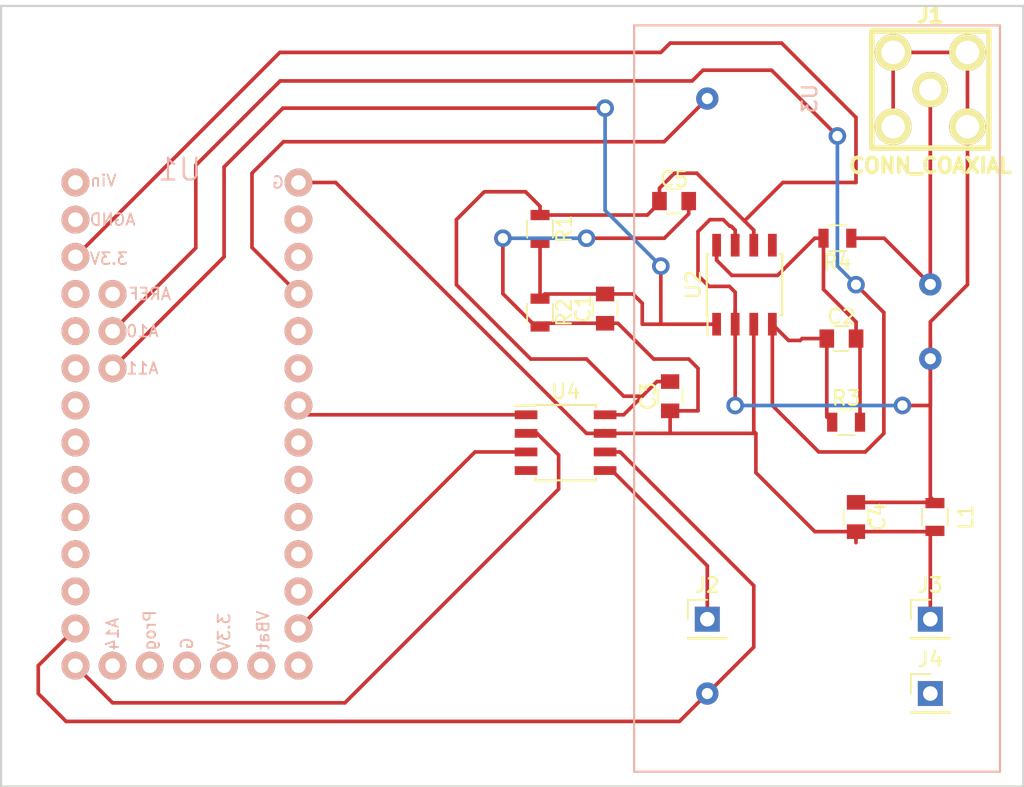
<source format=kicad_pcb>
(kicad_pcb (version 20170123) (host pcbnew "(2017-06-08 revision 33e0758)-master")

  (general
    (links 45)
    (no_connects 1)
    (area 184.074999 31.08998 254.075001 85.165001)
    (thickness 1.6)
    (drawings 5)
    (tracks 186)
    (zones 0)
    (modules 18)
    (nets 42)
  )

  (page A4)
  (layers
    (0 F.Cu signal)
    (31 B.Cu signal)
    (32 B.Adhes user)
    (33 F.Adhes user)
    (34 B.Paste user)
    (35 F.Paste user)
    (36 B.SilkS user)
    (37 F.SilkS user)
    (38 B.Mask user)
    (39 F.Mask user)
    (40 Dwgs.User user)
    (41 Cmts.User user)
    (42 Eco1.User user)
    (43 Eco2.User user)
    (44 Edge.Cuts user)
    (45 Margin user)
    (46 B.CrtYd user)
    (47 F.CrtYd user)
    (48 B.Fab user)
    (49 F.Fab user)
  )

  (setup
    (last_trace_width 0.25)
    (trace_clearance 0.5)
    (zone_clearance 0.508)
    (zone_45_only no)
    (trace_min 0.2)
    (segment_width 0.2)
    (edge_width 0.15)
    (via_size 1.2)
    (via_drill 0.7)
    (via_min_size 0.4)
    (via_min_drill 0.3)
    (uvia_size 0.3)
    (uvia_drill 0.1)
    (uvias_allowed no)
    (uvia_min_size 0.2)
    (uvia_min_drill 0.1)
    (pcb_text_width 0.3)
    (pcb_text_size 1.5 1.5)
    (mod_edge_width 0.15)
    (mod_text_size 1 1)
    (mod_text_width 0.15)
    (pad_size 1.524 1.524)
    (pad_drill 0.762)
    (pad_to_mask_clearance 0.2)
    (aux_axis_origin 0 0)
    (visible_elements FFFFFF7F)
    (pcbplotparams
      (layerselection 0x01000_ffffffff)
      (usegerberextensions false)
      (excludeedgelayer true)
      (linewidth 0.100000)
      (plotframeref false)
      (viasonmask false)
      (mode 1)
      (useauxorigin false)
      (hpglpennumber 1)
      (hpglpenspeed 20)
      (hpglpendiameter 15)
      (psnegative false)
      (psa4output false)
      (plotreference false)
      (plotvalue false)
      (plotinvisibletext false)
      (padsonsilk false)
      (subtractmaskfromsilk false)
      (outputformat 1)
      (mirror false)
      (drillshape 0)
      (scaleselection 1)
      (outputdirectory Gerber/))
  )

  (net 0 "")
  (net 1 GND)
  (net 2 VREF)
  (net 3 "Net-(C2-Pad2)")
  (net 4 ADC)
  (net 5 +3.3V)
  (net 6 "Net-(C4-Pad1)")
  (net 7 "Net-(J1-Pad1)")
  (net 8 +1.2V)
  (net 9 "+5V(VUSB)")
  (net 10 "Net-(U1-Pad35)")
  (net 11 "Net-(U1-Pad32)")
  (net 12 "Net-(U1-Pad31)")
  (net 13 "Net-(U1-Pad30)")
  (net 14 "Net-(U1-Pad28)")
  (net 15 "Net-(U1-Pad29)")
  (net 16 "Net-(U1-Pad0)")
  (net 17 "Net-(U1-Pad1)")
  (net 18 SHUTTER)
  (net 19 "Net-(U1-Pad3)")
  (net 20 "Net-(U1-Pad4)")
  (net 21 CS_POT)
  (net 22 CS_ADC)
  (net 23 "Net-(U1-Pad7)")
  (net 24 "Net-(U1-Pad8)")
  (net 25 "Net-(U1-Pad9)")
  (net 26 "Net-(U1-Pad10)")
  (net 27 DOUT)
  (net 28 DIN)
  (net 29 SCK)
  (net 30 MONITOR)
  (net 31 "Net-(U1-Pad15)")
  (net 32 "Net-(U1-Pad16)")
  (net 33 "Net-(U1-Pad17)")
  (net 34 "Net-(U1-Pad18)")
  (net 35 "Net-(U1-Pad19)")
  (net 36 "Net-(U1-Pad20)")
  (net 37 "Net-(U1-Pad21)")
  (net 38 "Net-(U1-Pad22)")
  (net 39 "Net-(U1-Pad23)")
  (net 40 "Net-(U1-Pad25)")
  (net 41 "Net-(U1-Pad26)")

  (net_class Default "This is the default net class."
    (clearance 0.5)
    (trace_width 0.25)
    (via_dia 1.2)
    (via_drill 0.7)
    (uvia_dia 0.3)
    (uvia_drill 0.1)
    (add_net +1.2V)
    (add_net +3.3V)
    (add_net "+5V(VUSB)")
    (add_net ADC)
    (add_net CS_ADC)
    (add_net CS_POT)
    (add_net DIN)
    (add_net DOUT)
    (add_net GND)
    (add_net MONITOR)
    (add_net "Net-(C2-Pad2)")
    (add_net "Net-(C4-Pad1)")
    (add_net "Net-(J1-Pad1)")
    (add_net "Net-(U1-Pad0)")
    (add_net "Net-(U1-Pad1)")
    (add_net "Net-(U1-Pad10)")
    (add_net "Net-(U1-Pad15)")
    (add_net "Net-(U1-Pad16)")
    (add_net "Net-(U1-Pad17)")
    (add_net "Net-(U1-Pad18)")
    (add_net "Net-(U1-Pad19)")
    (add_net "Net-(U1-Pad20)")
    (add_net "Net-(U1-Pad21)")
    (add_net "Net-(U1-Pad22)")
    (add_net "Net-(U1-Pad23)")
    (add_net "Net-(U1-Pad25)")
    (add_net "Net-(U1-Pad26)")
    (add_net "Net-(U1-Pad28)")
    (add_net "Net-(U1-Pad29)")
    (add_net "Net-(U1-Pad3)")
    (add_net "Net-(U1-Pad30)")
    (add_net "Net-(U1-Pad31)")
    (add_net "Net-(U1-Pad32)")
    (add_net "Net-(U1-Pad35)")
    (add_net "Net-(U1-Pad4)")
    (add_net "Net-(U1-Pad7)")
    (add_net "Net-(U1-Pad8)")
    (add_net "Net-(U1-Pad9)")
    (add_net SCK)
    (add_net SHUTTER)
    (add_net VREF)
  )

  (module WheelerLab:H12056-PMT (layer B.Cu) (tedit 59383C69) (tstamp 5939ED23)
    (at 232.41 38.08 270)
    (path /593990B7)
    (fp_text reference U3 (at 0 -7 270) (layer B.SilkS)
      (effects (font (size 1 1) (thickness 0.15)) (justify mirror))
    )
    (fp_text value H12056-PMT (at 0 4 270) (layer B.Fab)
      (effects (font (size 1 1) (thickness 0.15)) (justify mirror))
    )
    (fp_line (start -5 -20) (end 46 -20) (layer B.SilkS) (width 0.15))
    (fp_line (start 46 -20) (end 46 5) (layer B.SilkS) (width 0.15))
    (fp_line (start -5 5) (end 46 5) (layer B.SilkS) (width 0.15))
    (fp_line (start -5 -20) (end -5 5) (layer B.SilkS) (width 0.15))
    (pad 4 thru_hole circle (at 40.66 -15.24 270) (size 1.524 1.524) (drill 0.762) (layers *.Cu *.Mask)
      (net 9 "+5V(VUSB)"))
    (pad 3 thru_hole circle (at 40.66 0 270) (size 1.524 1.524) (drill 0.762) (layers *.Cu *.Mask)
      (net 30 MONITOR))
    (pad 2 thru_hole circle (at 35.58 0 270) (size 1.524 1.524) (drill 0.762) (layers *.Cu *.Mask)
      (net 8 +1.2V))
    (pad 5 thru_hole circle (at 35.58 -15.24 270) (size 1.524 1.524) (drill 0.762) (layers *.Cu *.Mask)
      (net 1 GND))
    (pad 6 thru_hole circle (at 17.78 -15.24 270) (size 1.524 1.524) (drill 0.762) (layers *.Cu *.Mask)
      (net 6 "Net-(C4-Pad1)"))
    (pad 7 thru_hole circle (at 12.7 -15.24 270) (size 1.524 1.524) (drill 0.762) (layers *.Cu *.Mask)
      (net 7 "Net-(J1-Pad1)"))
    (pad 1 thru_hole circle (at 0 0 270) (size 1.524 1.524) (drill 0.762) (layers *.Cu *.Mask)
      (net 18 SHUTTER))
  )

  (module Capacitors_SMD:C_0805 (layer F.Cu) (tedit 58AA8463) (tstamp 5939EBE2)
    (at 225.425 52.435 90)
    (descr "Capacitor SMD 0805, reflow soldering, AVX (see smccp.pdf)")
    (tags "capacitor 0805")
    (path /593990BE)
    (attr smd)
    (fp_text reference C1 (at 0 -1.5 90) (layer F.SilkS)
      (effects (font (size 1 1) (thickness 0.15)))
    )
    (fp_text value 0.1uF (at 0 1.75 90) (layer F.Fab)
      (effects (font (size 1 1) (thickness 0.15)))
    )
    (fp_text user %R (at 0 -1.5 90) (layer F.Fab)
      (effects (font (size 1 1) (thickness 0.15)))
    )
    (fp_line (start -1 0.62) (end -1 -0.62) (layer F.Fab) (width 0.1))
    (fp_line (start 1 0.62) (end -1 0.62) (layer F.Fab) (width 0.1))
    (fp_line (start 1 -0.62) (end 1 0.62) (layer F.Fab) (width 0.1))
    (fp_line (start -1 -0.62) (end 1 -0.62) (layer F.Fab) (width 0.1))
    (fp_line (start 0.5 -0.85) (end -0.5 -0.85) (layer F.SilkS) (width 0.12))
    (fp_line (start -0.5 0.85) (end 0.5 0.85) (layer F.SilkS) (width 0.12))
    (fp_line (start -1.75 -0.88) (end 1.75 -0.88) (layer F.CrtYd) (width 0.05))
    (fp_line (start -1.75 -0.88) (end -1.75 0.87) (layer F.CrtYd) (width 0.05))
    (fp_line (start 1.75 0.87) (end 1.75 -0.88) (layer F.CrtYd) (width 0.05))
    (fp_line (start 1.75 0.87) (end -1.75 0.87) (layer F.CrtYd) (width 0.05))
    (pad 1 smd rect (at -1 0 90) (size 1 1.25) (layers F.Cu F.Paste F.Mask)
      (net 1 GND))
    (pad 2 smd rect (at 1 0 90) (size 1 1.25) (layers F.Cu F.Paste F.Mask)
      (net 2 VREF))
    (model Capacitors_SMD.3dshapes/C_0805.wrl
      (at (xyz 0 0 0))
      (scale (xyz 1 1 1))
      (rotate (xyz 0 0 0))
    )
  )

  (module Capacitors_SMD:C_0805 (layer F.Cu) (tedit 58AA8463) (tstamp 5939EBF3)
    (at 241.575776 54.481318)
    (descr "Capacitor SMD 0805, reflow soldering, AVX (see smccp.pdf)")
    (tags "capacitor 0805")
    (path /593990B0)
    (attr smd)
    (fp_text reference C2 (at 0 -1.5) (layer F.SilkS)
      (effects (font (size 1 1) (thickness 0.15)))
    )
    (fp_text value 200p (at 0 1.75) (layer F.Fab)
      (effects (font (size 1 1) (thickness 0.15)))
    )
    (fp_line (start 1.75 0.87) (end -1.75 0.87) (layer F.CrtYd) (width 0.05))
    (fp_line (start 1.75 0.87) (end 1.75 -0.88) (layer F.CrtYd) (width 0.05))
    (fp_line (start -1.75 -0.88) (end -1.75 0.87) (layer F.CrtYd) (width 0.05))
    (fp_line (start -1.75 -0.88) (end 1.75 -0.88) (layer F.CrtYd) (width 0.05))
    (fp_line (start -0.5 0.85) (end 0.5 0.85) (layer F.SilkS) (width 0.12))
    (fp_line (start 0.5 -0.85) (end -0.5 -0.85) (layer F.SilkS) (width 0.12))
    (fp_line (start -1 -0.62) (end 1 -0.62) (layer F.Fab) (width 0.1))
    (fp_line (start 1 -0.62) (end 1 0.62) (layer F.Fab) (width 0.1))
    (fp_line (start 1 0.62) (end -1 0.62) (layer F.Fab) (width 0.1))
    (fp_line (start -1 0.62) (end -1 -0.62) (layer F.Fab) (width 0.1))
    (fp_text user %R (at 0 -1.5) (layer F.Fab)
      (effects (font (size 1 1) (thickness 0.15)))
    )
    (pad 2 smd rect (at 1 0) (size 1 1.25) (layers F.Cu F.Paste F.Mask)
      (net 3 "Net-(C2-Pad2)"))
    (pad 1 smd rect (at -1 0) (size 1 1.25) (layers F.Cu F.Paste F.Mask)
      (net 4 ADC))
    (model Capacitors_SMD.3dshapes/C_0805.wrl
      (at (xyz 0 0 0))
      (scale (xyz 1 1 1))
      (rotate (xyz 0 0 0))
    )
  )

  (module Capacitors_SMD:C_0805 (layer F.Cu) (tedit 58AA8463) (tstamp 5939EC04)
    (at 229.87 58.42 90)
    (descr "Capacitor SMD 0805, reflow soldering, AVX (see smccp.pdf)")
    (tags "capacitor 0805")
    (path /593990BA)
    (attr smd)
    (fp_text reference C3 (at 0 -1.5 90) (layer F.SilkS)
      (effects (font (size 1 1) (thickness 0.15)))
    )
    (fp_text value 0.1uF (at 0 1.75 90) (layer F.Fab)
      (effects (font (size 1 1) (thickness 0.15)))
    )
    (fp_line (start 1.75 0.87) (end -1.75 0.87) (layer F.CrtYd) (width 0.05))
    (fp_line (start 1.75 0.87) (end 1.75 -0.88) (layer F.CrtYd) (width 0.05))
    (fp_line (start -1.75 -0.88) (end -1.75 0.87) (layer F.CrtYd) (width 0.05))
    (fp_line (start -1.75 -0.88) (end 1.75 -0.88) (layer F.CrtYd) (width 0.05))
    (fp_line (start -0.5 0.85) (end 0.5 0.85) (layer F.SilkS) (width 0.12))
    (fp_line (start 0.5 -0.85) (end -0.5 -0.85) (layer F.SilkS) (width 0.12))
    (fp_line (start -1 -0.62) (end 1 -0.62) (layer F.Fab) (width 0.1))
    (fp_line (start 1 -0.62) (end 1 0.62) (layer F.Fab) (width 0.1))
    (fp_line (start 1 0.62) (end -1 0.62) (layer F.Fab) (width 0.1))
    (fp_line (start -1 0.62) (end -1 -0.62) (layer F.Fab) (width 0.1))
    (fp_text user %R (at 0 -1.5 90) (layer F.Fab)
      (effects (font (size 1 1) (thickness 0.15)))
    )
    (pad 2 smd rect (at 1 0 90) (size 1 1.25) (layers F.Cu F.Paste F.Mask)
      (net 5 +3.3V))
    (pad 1 smd rect (at -1 0 90) (size 1 1.25) (layers F.Cu F.Paste F.Mask)
      (net 1 GND))
    (model Capacitors_SMD.3dshapes/C_0805.wrl
      (at (xyz 0 0 0))
      (scale (xyz 1 1 1))
      (rotate (xyz 0 0 0))
    )
  )

  (module Capacitors_SMD:C_0805 (layer F.Cu) (tedit 58AA8463) (tstamp 5939EC15)
    (at 242.57 66.675 270)
    (descr "Capacitor SMD 0805, reflow soldering, AVX (see smccp.pdf)")
    (tags "capacitor 0805")
    (path /593990B9)
    (attr smd)
    (fp_text reference C4 (at 0 -1.5 270) (layer F.SilkS)
      (effects (font (size 1 1) (thickness 0.15)))
    )
    (fp_text value 0.1uF (at 0 1.75 270) (layer F.Fab)
      (effects (font (size 1 1) (thickness 0.15)))
    )
    (fp_text user %R (at 0 -1.5 270) (layer F.Fab)
      (effects (font (size 1 1) (thickness 0.15)))
    )
    (fp_line (start -1 0.62) (end -1 -0.62) (layer F.Fab) (width 0.1))
    (fp_line (start 1 0.62) (end -1 0.62) (layer F.Fab) (width 0.1))
    (fp_line (start 1 -0.62) (end 1 0.62) (layer F.Fab) (width 0.1))
    (fp_line (start -1 -0.62) (end 1 -0.62) (layer F.Fab) (width 0.1))
    (fp_line (start 0.5 -0.85) (end -0.5 -0.85) (layer F.SilkS) (width 0.12))
    (fp_line (start -0.5 0.85) (end 0.5 0.85) (layer F.SilkS) (width 0.12))
    (fp_line (start -1.75 -0.88) (end 1.75 -0.88) (layer F.CrtYd) (width 0.05))
    (fp_line (start -1.75 -0.88) (end -1.75 0.87) (layer F.CrtYd) (width 0.05))
    (fp_line (start 1.75 0.87) (end 1.75 -0.88) (layer F.CrtYd) (width 0.05))
    (fp_line (start 1.75 0.87) (end -1.75 0.87) (layer F.CrtYd) (width 0.05))
    (pad 1 smd rect (at -1 0 270) (size 1 1.25) (layers F.Cu F.Paste F.Mask)
      (net 6 "Net-(C4-Pad1)"))
    (pad 2 smd rect (at 1 0 270) (size 1 1.25) (layers F.Cu F.Paste F.Mask)
      (net 1 GND))
    (model Capacitors_SMD.3dshapes/C_0805.wrl
      (at (xyz 0 0 0))
      (scale (xyz 1 1 1))
      (rotate (xyz 0 0 0))
    )
  )

  (module Capacitors_SMD:C_0805 (layer F.Cu) (tedit 58AA8463) (tstamp 5939EC26)
    (at 230.14 45.085)
    (descr "Capacitor SMD 0805, reflow soldering, AVX (see smccp.pdf)")
    (tags "capacitor 0805")
    (path /593990BF)
    (attr smd)
    (fp_text reference C5 (at 0 -1.5) (layer F.SilkS)
      (effects (font (size 1 1) (thickness 0.15)))
    )
    (fp_text value 0.1uF (at 0 1.75) (layer F.Fab)
      (effects (font (size 1 1) (thickness 0.15)))
    )
    (fp_line (start 1.75 0.87) (end -1.75 0.87) (layer F.CrtYd) (width 0.05))
    (fp_line (start 1.75 0.87) (end 1.75 -0.88) (layer F.CrtYd) (width 0.05))
    (fp_line (start -1.75 -0.88) (end -1.75 0.87) (layer F.CrtYd) (width 0.05))
    (fp_line (start -1.75 -0.88) (end 1.75 -0.88) (layer F.CrtYd) (width 0.05))
    (fp_line (start -0.5 0.85) (end 0.5 0.85) (layer F.SilkS) (width 0.12))
    (fp_line (start 0.5 -0.85) (end -0.5 -0.85) (layer F.SilkS) (width 0.12))
    (fp_line (start -1 -0.62) (end 1 -0.62) (layer F.Fab) (width 0.1))
    (fp_line (start 1 -0.62) (end 1 0.62) (layer F.Fab) (width 0.1))
    (fp_line (start 1 0.62) (end -1 0.62) (layer F.Fab) (width 0.1))
    (fp_line (start -1 0.62) (end -1 -0.62) (layer F.Fab) (width 0.1))
    (fp_text user %R (at 0 -1.5) (layer F.Fab)
      (effects (font (size 1 1) (thickness 0.15)))
    )
    (pad 2 smd rect (at 1 0) (size 1 1.25) (layers F.Cu F.Paste F.Mask)
      (net 1 GND))
    (pad 1 smd rect (at -1 0) (size 1 1.25) (layers F.Cu F.Paste F.Mask)
      (net 5 +3.3V))
    (model Capacitors_SMD.3dshapes/C_0805.wrl
      (at (xyz 0 0 0))
      (scale (xyz 1 1 1))
      (rotate (xyz 0 0 0))
    )
  )

  (module WheelerLab:JACK_SMA (layer F.Cu) (tedit 56AADD26) (tstamp 5939EC33)
    (at 247.65 37.465)
    (descr http://search.digikey.com/scripts/DkSearch/dksus.dll?Detail&name=A32245-ND)
    (tags "CONN JACK BNC")
    (path /593990B2)
    (fp_text reference J1 (at 0 -5.08) (layer F.SilkS)
      (effects (font (size 1.016 1.016) (thickness 0.254)))
    )
    (fp_text value CONN_COAXIAL (at 0 5.2) (layer F.SilkS)
      (effects (font (size 1.016 1.016) (thickness 0.254)))
    )
    (fp_line (start 4 -4) (end -4 -4) (layer F.SilkS) (width 0.381))
    (fp_line (start -4 -4) (end -4 4) (layer F.SilkS) (width 0.381))
    (fp_line (start -4 4) (end 4 4) (layer F.SilkS) (width 0.381))
    (fp_line (start 4 4) (end 4 -4) (layer F.SilkS) (width 0.381))
    (pad 1 thru_hole circle (at 0 0) (size 2.4 2.4) (drill 1.5) (layers *.Cu *.Mask F.SilkS)
      (net 7 "Net-(J1-Pad1)"))
    (pad 2 thru_hole circle (at -2.54 -2.54) (size 2.5 2.5) (drill 1.6) (layers *.Cu *.Mask F.SilkS)
      (net 6 "Net-(C4-Pad1)"))
    (pad 2 thru_hole circle (at 2.54 -2.54) (size 2.5 2.5) (drill 1.6) (layers *.Cu *.Mask F.SilkS)
      (net 6 "Net-(C4-Pad1)"))
    (pad 2 thru_hole circle (at 2.54 2.54) (size 2.5 2.5) (drill 1.6) (layers *.Cu *.Mask F.SilkS)
      (net 6 "Net-(C4-Pad1)"))
    (pad 2 thru_hole circle (at -2.54 2.54) (size 2.5 2.5) (drill 1.6) (layers *.Cu *.Mask F.SilkS)
      (net 6 "Net-(C4-Pad1)"))
    (model connectors/POWER_21.wrl
      (at (xyz 0 0 0))
      (scale (xyz 0.8 0.8 0.8))
      (rotate (xyz 0 0 0))
    )
  )

  (module Pin_Headers:Pin_Header_Straight_1x01_Pitch2.54mm (layer F.Cu) (tedit 58CD4EC1) (tstamp 5939EC47)
    (at 232.41 73.66)
    (descr "Through hole straight pin header, 1x01, 2.54mm pitch, single row")
    (tags "Through hole pin header THT 1x01 2.54mm single row")
    (path /593990B4)
    (fp_text reference J2 (at 0 -2.33) (layer F.SilkS)
      (effects (font (size 1 1) (thickness 0.15)))
    )
    (fp_text value CONN_01X01 (at 0 2.33) (layer F.Fab)
      (effects (font (size 1 1) (thickness 0.15)))
    )
    (fp_text user %R (at 0 -2.33) (layer F.Fab)
      (effects (font (size 1 1) (thickness 0.15)))
    )
    (fp_line (start 1.8 -1.8) (end -1.8 -1.8) (layer F.CrtYd) (width 0.05))
    (fp_line (start 1.8 1.8) (end 1.8 -1.8) (layer F.CrtYd) (width 0.05))
    (fp_line (start -1.8 1.8) (end 1.8 1.8) (layer F.CrtYd) (width 0.05))
    (fp_line (start -1.8 -1.8) (end -1.8 1.8) (layer F.CrtYd) (width 0.05))
    (fp_line (start -1.33 -1.33) (end 0 -1.33) (layer F.SilkS) (width 0.12))
    (fp_line (start -1.33 0) (end -1.33 -1.33) (layer F.SilkS) (width 0.12))
    (fp_line (start 1.33 1.27) (end -1.33 1.27) (layer F.SilkS) (width 0.12))
    (fp_line (start 1.33 1.33) (end 1.33 1.27) (layer F.SilkS) (width 0.12))
    (fp_line (start -1.33 1.33) (end 1.33 1.33) (layer F.SilkS) (width 0.12))
    (fp_line (start -1.33 1.27) (end -1.33 1.33) (layer F.SilkS) (width 0.12))
    (fp_line (start 1.27 -1.27) (end -1.27 -1.27) (layer F.Fab) (width 0.1))
    (fp_line (start 1.27 1.27) (end 1.27 -1.27) (layer F.Fab) (width 0.1))
    (fp_line (start -1.27 1.27) (end 1.27 1.27) (layer F.Fab) (width 0.1))
    (fp_line (start -1.27 -1.27) (end -1.27 1.27) (layer F.Fab) (width 0.1))
    (pad 1 thru_hole rect (at 0 0) (size 1.7 1.7) (drill 1) (layers *.Cu *.Mask)
      (net 8 +1.2V))
    (model ${KISYS3DMOD}/Pin_Headers.3dshapes/Pin_Header_Straight_1x01_Pitch2.54mm.wrl
      (at (xyz 0 0 0))
      (scale (xyz 1 1 1))
      (rotate (xyz 0 0 90))
    )
  )

  (module Pin_Headers:Pin_Header_Straight_1x01_Pitch2.54mm (layer F.Cu) (tedit 58CD4EC1) (tstamp 5939EC5B)
    (at 247.65 73.66)
    (descr "Through hole straight pin header, 1x01, 2.54mm pitch, single row")
    (tags "Through hole pin header THT 1x01 2.54mm single row")
    (path /593990B5)
    (fp_text reference J3 (at 0 -2.33) (layer F.SilkS)
      (effects (font (size 1 1) (thickness 0.15)))
    )
    (fp_text value CONN_01X01 (at 0 2.33) (layer F.Fab)
      (effects (font (size 1 1) (thickness 0.15)))
    )
    (fp_line (start -1.27 -1.27) (end -1.27 1.27) (layer F.Fab) (width 0.1))
    (fp_line (start -1.27 1.27) (end 1.27 1.27) (layer F.Fab) (width 0.1))
    (fp_line (start 1.27 1.27) (end 1.27 -1.27) (layer F.Fab) (width 0.1))
    (fp_line (start 1.27 -1.27) (end -1.27 -1.27) (layer F.Fab) (width 0.1))
    (fp_line (start -1.33 1.27) (end -1.33 1.33) (layer F.SilkS) (width 0.12))
    (fp_line (start -1.33 1.33) (end 1.33 1.33) (layer F.SilkS) (width 0.12))
    (fp_line (start 1.33 1.33) (end 1.33 1.27) (layer F.SilkS) (width 0.12))
    (fp_line (start 1.33 1.27) (end -1.33 1.27) (layer F.SilkS) (width 0.12))
    (fp_line (start -1.33 0) (end -1.33 -1.33) (layer F.SilkS) (width 0.12))
    (fp_line (start -1.33 -1.33) (end 0 -1.33) (layer F.SilkS) (width 0.12))
    (fp_line (start -1.8 -1.8) (end -1.8 1.8) (layer F.CrtYd) (width 0.05))
    (fp_line (start -1.8 1.8) (end 1.8 1.8) (layer F.CrtYd) (width 0.05))
    (fp_line (start 1.8 1.8) (end 1.8 -1.8) (layer F.CrtYd) (width 0.05))
    (fp_line (start 1.8 -1.8) (end -1.8 -1.8) (layer F.CrtYd) (width 0.05))
    (fp_text user %R (at 0 -2.33) (layer F.Fab)
      (effects (font (size 1 1) (thickness 0.15)))
    )
    (pad 1 thru_hole rect (at 0 0) (size 1.7 1.7) (drill 1) (layers *.Cu *.Mask)
      (net 1 GND))
    (model ${KISYS3DMOD}/Pin_Headers.3dshapes/Pin_Header_Straight_1x01_Pitch2.54mm.wrl
      (at (xyz 0 0 0))
      (scale (xyz 1 1 1))
      (rotate (xyz 0 0 90))
    )
  )

  (module Pin_Headers:Pin_Header_Straight_1x01_Pitch2.54mm (layer F.Cu) (tedit 58CD4EC1) (tstamp 5939EC6F)
    (at 247.65 78.74)
    (descr "Through hole straight pin header, 1x01, 2.54mm pitch, single row")
    (tags "Through hole pin header THT 1x01 2.54mm single row")
    (path /593990B6)
    (fp_text reference J4 (at 0 -2.33) (layer F.SilkS)
      (effects (font (size 1 1) (thickness 0.15)))
    )
    (fp_text value CONN_01X01 (at 0 2.33) (layer F.Fab)
      (effects (font (size 1 1) (thickness 0.15)))
    )
    (fp_text user %R (at 0 -2.33) (layer F.Fab)
      (effects (font (size 1 1) (thickness 0.15)))
    )
    (fp_line (start 1.8 -1.8) (end -1.8 -1.8) (layer F.CrtYd) (width 0.05))
    (fp_line (start 1.8 1.8) (end 1.8 -1.8) (layer F.CrtYd) (width 0.05))
    (fp_line (start -1.8 1.8) (end 1.8 1.8) (layer F.CrtYd) (width 0.05))
    (fp_line (start -1.8 -1.8) (end -1.8 1.8) (layer F.CrtYd) (width 0.05))
    (fp_line (start -1.33 -1.33) (end 0 -1.33) (layer F.SilkS) (width 0.12))
    (fp_line (start -1.33 0) (end -1.33 -1.33) (layer F.SilkS) (width 0.12))
    (fp_line (start 1.33 1.27) (end -1.33 1.27) (layer F.SilkS) (width 0.12))
    (fp_line (start 1.33 1.33) (end 1.33 1.27) (layer F.SilkS) (width 0.12))
    (fp_line (start -1.33 1.33) (end 1.33 1.33) (layer F.SilkS) (width 0.12))
    (fp_line (start -1.33 1.27) (end -1.33 1.33) (layer F.SilkS) (width 0.12))
    (fp_line (start 1.27 -1.27) (end -1.27 -1.27) (layer F.Fab) (width 0.1))
    (fp_line (start 1.27 1.27) (end 1.27 -1.27) (layer F.Fab) (width 0.1))
    (fp_line (start -1.27 1.27) (end 1.27 1.27) (layer F.Fab) (width 0.1))
    (fp_line (start -1.27 -1.27) (end -1.27 1.27) (layer F.Fab) (width 0.1))
    (pad 1 thru_hole rect (at 0 0) (size 1.7 1.7) (drill 1) (layers *.Cu *.Mask)
      (net 9 "+5V(VUSB)"))
    (model ${KISYS3DMOD}/Pin_Headers.3dshapes/Pin_Header_Straight_1x01_Pitch2.54mm.wrl
      (at (xyz 0 0 0))
      (scale (xyz 1 1 1))
      (rotate (xyz 0 0 90))
    )
  )

  (module Inductors_SMD:L_0805 (layer F.Cu) (tedit 58307B54) (tstamp 5939EC7F)
    (at 247.965 66.675 270)
    (descr "Resistor SMD 0805, reflow soldering, Vishay (see dcrcw.pdf)")
    (tags "resistor 0805")
    (path /593990BB)
    (attr smd)
    (fp_text reference L1 (at 0 -2.1 270) (layer F.SilkS)
      (effects (font (size 1 1) (thickness 0.15)))
    )
    (fp_text value Ferrite_Bead (at 0 2.1 270) (layer F.Fab)
      (effects (font (size 1 1) (thickness 0.15)))
    )
    (fp_line (start -0.6 -0.88) (end 0.6 -0.88) (layer F.SilkS) (width 0.12))
    (fp_line (start 0.6 0.88) (end -0.6 0.88) (layer F.SilkS) (width 0.12))
    (fp_line (start 1.6 -1) (end 1.6 1) (layer F.CrtYd) (width 0.05))
    (fp_line (start -1.6 -1) (end -1.6 1) (layer F.CrtYd) (width 0.05))
    (fp_line (start -1.6 1) (end 1.6 1) (layer F.CrtYd) (width 0.05))
    (fp_line (start -1.6 -1) (end 1.6 -1) (layer F.CrtYd) (width 0.05))
    (fp_line (start -1 -0.62) (end 1 -0.62) (layer F.Fab) (width 0.1))
    (fp_line (start 1 -0.62) (end 1 0.62) (layer F.Fab) (width 0.1))
    (fp_line (start 1 0.62) (end -1 0.62) (layer F.Fab) (width 0.1))
    (fp_line (start -1 0.62) (end -1 -0.62) (layer F.Fab) (width 0.1))
    (pad 2 smd rect (at 0.95 0 270) (size 0.7 1.3) (layers F.Cu F.Paste F.Mask)
      (net 1 GND))
    (pad 1 smd rect (at -0.95 0 270) (size 0.7 1.3) (layers F.Cu F.Paste F.Mask)
      (net 6 "Net-(C4-Pad1)"))
    (model Inductors_SMD.3dshapes\L_0805.wrl
      (at (xyz 0 0 0))
      (scale (xyz 1 1 1))
      (rotate (xyz 0 0 0))
    )
  )

  (module Resistors_SMD:R_0805 (layer F.Cu) (tedit 58E0A804) (tstamp 5939EC90)
    (at 220.98 46.99 270)
    (descr "Resistor SMD 0805, reflow soldering, Vishay (see dcrcw.pdf)")
    (tags "resistor 0805")
    (path /593990BC)
    (attr smd)
    (fp_text reference R1 (at 0 -1.65 270) (layer F.SilkS)
      (effects (font (size 1 1) (thickness 0.15)))
    )
    (fp_text value 10k (at 0 1.75 270) (layer F.Fab)
      (effects (font (size 1 1) (thickness 0.15)))
    )
    (fp_line (start 1.55 0.9) (end -1.55 0.9) (layer F.CrtYd) (width 0.05))
    (fp_line (start 1.55 0.9) (end 1.55 -0.9) (layer F.CrtYd) (width 0.05))
    (fp_line (start -1.55 -0.9) (end -1.55 0.9) (layer F.CrtYd) (width 0.05))
    (fp_line (start -1.55 -0.9) (end 1.55 -0.9) (layer F.CrtYd) (width 0.05))
    (fp_line (start -0.6 -0.88) (end 0.6 -0.88) (layer F.SilkS) (width 0.12))
    (fp_line (start 0.6 0.88) (end -0.6 0.88) (layer F.SilkS) (width 0.12))
    (fp_line (start -1 -0.62) (end 1 -0.62) (layer F.Fab) (width 0.1))
    (fp_line (start 1 -0.62) (end 1 0.62) (layer F.Fab) (width 0.1))
    (fp_line (start 1 0.62) (end -1 0.62) (layer F.Fab) (width 0.1))
    (fp_line (start -1 0.62) (end -1 -0.62) (layer F.Fab) (width 0.1))
    (fp_text user %R (at 0 0 270) (layer F.Fab)
      (effects (font (size 0.5 0.5) (thickness 0.075)))
    )
    (pad 2 smd rect (at 0.95 0 270) (size 0.7 1.3) (layers F.Cu F.Paste F.Mask)
      (net 2 VREF))
    (pad 1 smd rect (at -0.95 0 270) (size 0.7 1.3) (layers F.Cu F.Paste F.Mask)
      (net 5 +3.3V))
    (model ${KISYS3DMOD}/Resistors_SMD.3dshapes/R_0805.wrl
      (at (xyz 0 0 0))
      (scale (xyz 1 1 1))
      (rotate (xyz 0 0 0))
    )
  )

  (module Resistors_SMD:R_0805 (layer F.Cu) (tedit 58E0A804) (tstamp 5939ECA1)
    (at 220.98 52.705 270)
    (descr "Resistor SMD 0805, reflow soldering, Vishay (see dcrcw.pdf)")
    (tags "resistor 0805")
    (path /593990BD)
    (attr smd)
    (fp_text reference R2 (at 0 -1.65 270) (layer F.SilkS)
      (effects (font (size 1 1) (thickness 0.15)))
    )
    (fp_text value 3.3k (at 0 1.75 270) (layer F.Fab)
      (effects (font (size 1 1) (thickness 0.15)))
    )
    (fp_text user %R (at 0 0 270) (layer F.Fab)
      (effects (font (size 0.5 0.5) (thickness 0.075)))
    )
    (fp_line (start -1 0.62) (end -1 -0.62) (layer F.Fab) (width 0.1))
    (fp_line (start 1 0.62) (end -1 0.62) (layer F.Fab) (width 0.1))
    (fp_line (start 1 -0.62) (end 1 0.62) (layer F.Fab) (width 0.1))
    (fp_line (start -1 -0.62) (end 1 -0.62) (layer F.Fab) (width 0.1))
    (fp_line (start 0.6 0.88) (end -0.6 0.88) (layer F.SilkS) (width 0.12))
    (fp_line (start -0.6 -0.88) (end 0.6 -0.88) (layer F.SilkS) (width 0.12))
    (fp_line (start -1.55 -0.9) (end 1.55 -0.9) (layer F.CrtYd) (width 0.05))
    (fp_line (start -1.55 -0.9) (end -1.55 0.9) (layer F.CrtYd) (width 0.05))
    (fp_line (start 1.55 0.9) (end 1.55 -0.9) (layer F.CrtYd) (width 0.05))
    (fp_line (start 1.55 0.9) (end -1.55 0.9) (layer F.CrtYd) (width 0.05))
    (pad 1 smd rect (at -0.95 0 270) (size 0.7 1.3) (layers F.Cu F.Paste F.Mask)
      (net 2 VREF))
    (pad 2 smd rect (at 0.95 0 270) (size 0.7 1.3) (layers F.Cu F.Paste F.Mask)
      (net 1 GND))
    (model ${KISYS3DMOD}/Resistors_SMD.3dshapes/R_0805.wrl
      (at (xyz 0 0 0))
      (scale (xyz 1 1 1))
      (rotate (xyz 0 0 0))
    )
  )

  (module Resistors_SMD:R_0805 (layer F.Cu) (tedit 58E0A804) (tstamp 5939ECB2)
    (at 241.895776 60.196318)
    (descr "Resistor SMD 0805, reflow soldering, Vishay (see dcrcw.pdf)")
    (tags "resistor 0805")
    (path /593990AF)
    (attr smd)
    (fp_text reference R3 (at 0 -1.65) (layer F.SilkS)
      (effects (font (size 1 1) (thickness 0.15)))
    )
    (fp_text value 30k (at 0 1.75) (layer F.Fab)
      (effects (font (size 1 1) (thickness 0.15)))
    )
    (fp_line (start 1.55 0.9) (end -1.55 0.9) (layer F.CrtYd) (width 0.05))
    (fp_line (start 1.55 0.9) (end 1.55 -0.9) (layer F.CrtYd) (width 0.05))
    (fp_line (start -1.55 -0.9) (end -1.55 0.9) (layer F.CrtYd) (width 0.05))
    (fp_line (start -1.55 -0.9) (end 1.55 -0.9) (layer F.CrtYd) (width 0.05))
    (fp_line (start -0.6 -0.88) (end 0.6 -0.88) (layer F.SilkS) (width 0.12))
    (fp_line (start 0.6 0.88) (end -0.6 0.88) (layer F.SilkS) (width 0.12))
    (fp_line (start -1 -0.62) (end 1 -0.62) (layer F.Fab) (width 0.1))
    (fp_line (start 1 -0.62) (end 1 0.62) (layer F.Fab) (width 0.1))
    (fp_line (start 1 0.62) (end -1 0.62) (layer F.Fab) (width 0.1))
    (fp_line (start -1 0.62) (end -1 -0.62) (layer F.Fab) (width 0.1))
    (fp_text user %R (at 0 0) (layer F.Fab)
      (effects (font (size 0.5 0.5) (thickness 0.075)))
    )
    (pad 2 smd rect (at 0.95 0) (size 0.7 1.3) (layers F.Cu F.Paste F.Mask)
      (net 3 "Net-(C2-Pad2)"))
    (pad 1 smd rect (at -0.95 0) (size 0.7 1.3) (layers F.Cu F.Paste F.Mask)
      (net 4 ADC))
    (model ${KISYS3DMOD}/Resistors_SMD.3dshapes/R_0805.wrl
      (at (xyz 0 0 0))
      (scale (xyz 1 1 1))
      (rotate (xyz 0 0 0))
    )
  )

  (module Resistors_SMD:R_0805 (layer F.Cu) (tedit 59399BDD) (tstamp 5939ECC3)
    (at 241.3 47.625 180)
    (descr "Resistor SMD 0805, reflow soldering, Vishay (see dcrcw.pdf)")
    (tags "resistor 0805")
    (path /593990B3)
    (attr smd)
    (fp_text reference R4 (at 0 -1.65 180) (layer F.SilkS)
      (effects (font (size 1 1) (thickness 0.15)))
    )
    (fp_text value 10k (at 0 1.75 180) (layer F.Fab)
      (effects (font (size 1 1) (thickness 0.15)))
    )
    (fp_text user %R (at 0 0 180) (layer F.Fab)
      (effects (font (size 0.5 0.5) (thickness 0.075)))
    )
    (fp_line (start -1 0.62) (end -1 -0.62) (layer F.Fab) (width 0.1))
    (fp_line (start 1 0.62) (end -1 0.62) (layer F.Fab) (width 0.1))
    (fp_line (start 1 -0.62) (end 1 0.62) (layer F.Fab) (width 0.1))
    (fp_line (start -1 -0.62) (end 1 -0.62) (layer F.Fab) (width 0.1))
    (fp_line (start 0.6 0.88) (end -0.6 0.88) (layer F.SilkS) (width 0.12))
    (fp_line (start -0.6 -0.88) (end 0.6 -0.88) (layer F.SilkS) (width 0.12))
    (fp_line (start -1.55 -0.9) (end 1.55 -0.9) (layer F.CrtYd) (width 0.05))
    (fp_line (start -1.55 -0.9) (end -1.55 0.9) (layer F.CrtYd) (width 0.05))
    (fp_line (start 1.55 0.9) (end 1.55 -0.9) (layer F.CrtYd) (width 0.05))
    (fp_line (start 1.55 0.9) (end -1.55 0.9) (layer F.CrtYd) (width 0.05))
    (pad 1 smd rect (at -0.95 0 180) (size 0.7 1.3) (layers F.Cu F.Paste F.Mask)
      (net 7 "Net-(J1-Pad1)"))
    (pad 2 smd rect (at 0.95 0 180) (size 0.7 1.3) (layers F.Cu F.Paste F.Mask)
      (net 3 "Net-(C2-Pad2)"))
    (model ${KISYS3DMOD}/Resistors_SMD.3dshapes/R_0805.wrl
      (at (xyz 0 0 0))
      (scale (xyz 1 1 1))
      (rotate (xyz 0 0 0))
    )
  )

  (module WheelerLab:Teensy-3.2 (layer B.Cu) (tedit 5787BC32) (tstamp 5939ECF7)
    (at 196.85 60.071 270)
    (path /593990AE)
    (fp_text reference U1 (at -17.145 0.508 180) (layer B.SilkS)
      (effects (font (size 1.5 1.5) (thickness 0.15)) (justify mirror))
    )
    (fp_text value Teensy_3.2 (at 0 0.508 270) (layer B.Fab)
      (effects (font (size 1.5 1.5) (thickness 0.15)) (justify mirror))
    )
    (fp_text user VBat (at 14.351 -5.207 270) (layer B.SilkS)
      (effects (font (size 0.8 0.8) (thickness 0.125)) (justify mirror))
    )
    (fp_text user 3.3V (at 14.478 -2.54 270) (layer B.SilkS)
      (effects (font (size 0.8 0.8) (thickness 0.125)) (justify mirror))
    )
    (fp_text user G (at 15.24 0 270) (layer B.SilkS)
      (effects (font (size 0.8 0.8) (thickness 0.125)) (justify mirror))
    )
    (fp_text user Prog (at 14.351 2.54 270) (layer B.SilkS)
      (effects (font (size 0.8 0.8) (thickness 0.125)) (justify mirror))
    )
    (fp_text user A14 (at 14.605 5.08 270) (layer B.SilkS)
      (effects (font (size 0.8 0.8) (thickness 0.125)) (justify mirror))
    )
    (fp_text user G (at -16.256 -6.223 180) (layer B.SilkS)
      (effects (font (size 0.8 0.8) (thickness 0.125)) (justify mirror))
    )
    (fp_text user 3.3V (at -11.049 5.334 180) (layer B.SilkS)
      (effects (font (size 0.8 0.8) (thickness 0.125)) (justify mirror))
    )
    (fp_text user AGND (at -13.716 5.08) (layer B.SilkS)
      (effects (font (size 0.8 0.8) (thickness 0.125)) (justify mirror))
    )
    (fp_text user Vin (at -16.383 5.715) (layer B.SilkS)
      (effects (font (size 0.8 0.8) (thickness 0.125)) (justify mirror))
    )
    (fp_text user A11 (at -3.556 3.048) (layer B.SilkS)
      (effects (font (size 0.8 0.8) (thickness 0.125)) (justify mirror))
    )
    (fp_text user A10 (at -6.096 3.048) (layer B.SilkS)
      (effects (font (size 0.8 0.8) (thickness 0.125)) (justify mirror))
    )
    (fp_text user AREF (at -8.636 2.54) (layer B.SilkS)
      (effects (font (size 0.8 0.8) (thickness 0.125)) (justify mirror))
    )
    (pad 35 thru_hole circle (at -8.636 5.08 270) (size 1.9 1.9) (drill 1) (layers *.Cu *.Mask B.SilkS)
      (net 10 "Net-(U1-Pad35)"))
    (pad 34 thru_hole circle (at -6.096 5.08 270) (size 1.9 1.9) (drill 1) (layers *.Cu *.Mask B.SilkS)
      (net 4 ADC))
    (pad 33 thru_hole circle (at -3.556 5.08 270) (size 1.9 1.9) (drill 1) (layers *.Cu *.Mask B.SilkS)
      (net 2 VREF))
    (pad 32 thru_hole circle (at 16.764 -5.08 270) (size 1.9 1.9) (drill 1) (layers *.Cu *.Mask B.SilkS)
      (net 11 "Net-(U1-Pad32)"))
    (pad 31 thru_hole circle (at 16.764 -2.54 270) (size 1.9 1.9) (drill 1) (layers *.Cu *.Mask B.SilkS)
      (net 12 "Net-(U1-Pad31)"))
    (pad 30 thru_hole circle (at 16.764 0 270) (size 1.9 1.9) (drill 1) (layers *.Cu *.Mask B.SilkS)
      (net 13 "Net-(U1-Pad30)"))
    (pad 28 thru_hole circle (at 16.764 5.08 270) (size 1.9 1.9) (drill 1) (layers *.Cu *.Mask B.SilkS)
      (net 14 "Net-(U1-Pad28)"))
    (pad 29 thru_hole circle (at 16.764 2.54 270) (size 1.9 1.9) (drill 1) (layers *.Cu *.Mask B.SilkS)
      (net 15 "Net-(U1-Pad29)"))
    (pad 0 thru_hole circle (at -13.716 -7.62 270) (size 1.9 1.9) (drill 1) (layers *.Cu *.Mask B.SilkS)
      (net 16 "Net-(U1-Pad0)"))
    (pad 1 thru_hole circle (at -11.176 -7.62 270) (size 1.9 1.9) (drill 1) (layers *.Cu *.Mask B.SilkS)
      (net 17 "Net-(U1-Pad1)"))
    (pad 2 thru_hole circle (at -8.636 -7.62 270) (size 1.9 1.9) (drill 1) (layers *.Cu *.Mask B.SilkS)
      (net 18 SHUTTER))
    (pad 3 thru_hole circle (at -6.096 -7.62 270) (size 1.9 1.9) (drill 1) (layers *.Cu *.Mask B.SilkS)
      (net 19 "Net-(U1-Pad3)"))
    (pad 4 thru_hole circle (at -3.556 -7.62 270) (size 1.9 1.9) (drill 1) (layers *.Cu *.Mask B.SilkS)
      (net 20 "Net-(U1-Pad4)"))
    (pad 5 thru_hole circle (at -1.016 -7.62 270) (size 1.9 1.9) (drill 1) (layers *.Cu *.Mask B.SilkS)
      (net 21 CS_POT))
    (pad 6 thru_hole circle (at 1.524 -7.62 270) (size 1.9 1.9) (drill 1) (layers *.Cu *.Mask B.SilkS)
      (net 22 CS_ADC))
    (pad 7 thru_hole circle (at 4.064 -7.62 270) (size 1.9 1.9) (drill 1) (layers *.Cu *.Mask B.SilkS)
      (net 23 "Net-(U1-Pad7)"))
    (pad 8 thru_hole circle (at 6.604 -7.62 270) (size 1.9 1.9) (drill 1) (layers *.Cu *.Mask B.SilkS)
      (net 24 "Net-(U1-Pad8)"))
    (pad 9 thru_hole circle (at 9.144 -7.62 270) (size 1.9 1.9) (drill 1) (layers *.Cu *.Mask B.SilkS)
      (net 25 "Net-(U1-Pad9)"))
    (pad 10 thru_hole circle (at 11.684 -7.62 270) (size 1.9 1.9) (drill 1) (layers *.Cu *.Mask B.SilkS)
      (net 26 "Net-(U1-Pad10)"))
    (pad 11 thru_hole circle (at 14.224 -7.62 270) (size 1.9 1.9) (drill 1) (layers *.Cu *.Mask B.SilkS)
      (net 27 DOUT))
    (pad 12 thru_hole circle (at 16.764 -7.62 270) (size 1.9 1.9) (drill 1) (layers *.Cu *.Mask B.SilkS)
      (net 28 DIN))
    (pad 13 thru_hole circle (at 16.764 7.62 270) (size 1.9 1.9) (drill 1) (layers *.Cu *.Mask B.SilkS)
      (net 29 SCK))
    (pad 14 thru_hole circle (at 14.224 7.62 270) (size 1.9 1.9) (drill 1) (layers *.Cu *.Mask B.SilkS)
      (net 30 MONITOR))
    (pad 15 thru_hole circle (at 11.684 7.62 270) (size 1.9 1.9) (drill 1) (layers *.Cu *.Mask B.SilkS)
      (net 31 "Net-(U1-Pad15)"))
    (pad 16 thru_hole circle (at 9.144 7.62 270) (size 1.9 1.9) (drill 1) (layers *.Cu *.Mask B.SilkS)
      (net 32 "Net-(U1-Pad16)"))
    (pad 17 thru_hole circle (at 6.604 7.62 270) (size 1.9 1.9) (drill 1) (layers *.Cu *.Mask B.SilkS)
      (net 33 "Net-(U1-Pad17)"))
    (pad 18 thru_hole circle (at 4.064 7.62 270) (size 1.9 1.9) (drill 1) (layers *.Cu *.Mask B.SilkS)
      (net 34 "Net-(U1-Pad18)"))
    (pad 19 thru_hole circle (at 1.524 7.62 270) (size 1.9 1.9) (drill 1) (layers *.Cu *.Mask B.SilkS)
      (net 35 "Net-(U1-Pad19)"))
    (pad 20 thru_hole circle (at -1.016 7.62 270) (size 1.9 1.9) (drill 1) (layers *.Cu *.Mask B.SilkS)
      (net 36 "Net-(U1-Pad20)"))
    (pad 21 thru_hole circle (at -3.556 7.62 270) (size 1.9 1.9) (drill 1) (layers *.Cu *.Mask B.SilkS)
      (net 37 "Net-(U1-Pad21)"))
    (pad 22 thru_hole circle (at -6.096 7.62 270) (size 1.9 1.9) (drill 1) (layers *.Cu *.Mask B.SilkS)
      (net 38 "Net-(U1-Pad22)"))
    (pad 23 thru_hole circle (at -8.636 7.62 270) (size 1.9 1.9) (drill 1) (layers *.Cu *.Mask B.SilkS)
      (net 39 "Net-(U1-Pad23)"))
    (pad 24 thru_hole circle (at -11.176 7.62 270) (size 1.9 1.9) (drill 1) (layers *.Cu *.Mask B.SilkS)
      (net 5 +3.3V))
    (pad 25 thru_hole circle (at -13.716 7.62 270) (size 1.9 1.9) (drill 1) (layers *.Cu *.Mask B.SilkS)
      (net 40 "Net-(U1-Pad25)"))
    (pad 26 thru_hole circle (at -16.256 7.62 270) (size 1.9 1.9) (drill 1) (layers *.Cu *.Mask B.SilkS)
      (net 41 "Net-(U1-Pad26)"))
    (pad 27 thru_hole circle (at -16.256 -7.62 270) (size 1.9 1.9) (drill 1) (layers *.Cu *.Mask B.SilkS)
      (net 1 GND))
  )

  (module Housings_SOIC:SOIC-8_3.9x4.9mm_Pitch1.27mm (layer F.Cu) (tedit 58CD0CDA) (tstamp 5939ED14)
    (at 234.95 50.8 90)
    (descr "8-Lead Plastic Small Outline (SN) - Narrow, 3.90 mm Body [SOIC] (see Microchip Packaging Specification 00000049BS.pdf)")
    (tags "SOIC 1.27")
    (path /593990B1)
    (attr smd)
    (fp_text reference U2 (at 0 -3.5 90) (layer F.SilkS)
      (effects (font (size 1 1) (thickness 0.15)))
    )
    (fp_text value LMP7721 (at 0 3.5 90) (layer F.Fab)
      (effects (font (size 1 1) (thickness 0.15)))
    )
    (fp_line (start -2.075 -2.525) (end -3.475 -2.525) (layer F.SilkS) (width 0.15))
    (fp_line (start -2.075 2.575) (end 2.075 2.575) (layer F.SilkS) (width 0.15))
    (fp_line (start -2.075 -2.575) (end 2.075 -2.575) (layer F.SilkS) (width 0.15))
    (fp_line (start -2.075 2.575) (end -2.075 2.43) (layer F.SilkS) (width 0.15))
    (fp_line (start 2.075 2.575) (end 2.075 2.43) (layer F.SilkS) (width 0.15))
    (fp_line (start 2.075 -2.575) (end 2.075 -2.43) (layer F.SilkS) (width 0.15))
    (fp_line (start -2.075 -2.575) (end -2.075 -2.525) (layer F.SilkS) (width 0.15))
    (fp_line (start -3.73 2.7) (end 3.73 2.7) (layer F.CrtYd) (width 0.05))
    (fp_line (start -3.73 -2.7) (end 3.73 -2.7) (layer F.CrtYd) (width 0.05))
    (fp_line (start 3.73 -2.7) (end 3.73 2.7) (layer F.CrtYd) (width 0.05))
    (fp_line (start -3.73 -2.7) (end -3.73 2.7) (layer F.CrtYd) (width 0.05))
    (fp_line (start -1.95 -1.45) (end -0.95 -2.45) (layer F.Fab) (width 0.1))
    (fp_line (start -1.95 2.45) (end -1.95 -1.45) (layer F.Fab) (width 0.1))
    (fp_line (start 1.95 2.45) (end -1.95 2.45) (layer F.Fab) (width 0.1))
    (fp_line (start 1.95 -2.45) (end 1.95 2.45) (layer F.Fab) (width 0.1))
    (fp_line (start -0.95 -2.45) (end 1.95 -2.45) (layer F.Fab) (width 0.1))
    (fp_text user %R (at 0 0 90) (layer F.Fab)
      (effects (font (size 1 1) (thickness 0.15)))
    )
    (pad 8 smd rect (at 2.7 -1.905 90) (size 1.55 0.6) (layers F.Cu F.Paste F.Mask)
      (net 3 "Net-(C2-Pad2)"))
    (pad 7 smd rect (at 2.7 -0.635 90) (size 1.55 0.6) (layers F.Cu F.Paste F.Mask)
      (net 6 "Net-(C4-Pad1)"))
    (pad 6 smd rect (at 2.7 0.635 90) (size 1.55 0.6) (layers F.Cu F.Paste F.Mask)
      (net 5 +3.3V))
    (pad 5 smd rect (at 2.7 1.905 90) (size 1.55 0.6) (layers F.Cu F.Paste F.Mask))
    (pad 4 smd rect (at -2.7 1.905 90) (size 1.55 0.6) (layers F.Cu F.Paste F.Mask)
      (net 4 ADC))
    (pad 3 smd rect (at -2.7 0.635 90) (size 1.55 0.6) (layers F.Cu F.Paste F.Mask)
      (net 1 GND))
    (pad 2 smd rect (at -2.7 -0.635 90) (size 1.55 0.6) (layers F.Cu F.Paste F.Mask)
      (net 6 "Net-(C4-Pad1)"))
    (pad 1 smd rect (at -2.7 -1.905 90) (size 1.55 0.6) (layers F.Cu F.Paste F.Mask)
      (net 2 VREF))
    (model Housings_SOIC.3dshapes/SOIC-8_3.9x4.9mm_Pitch1.27mm.wrl
      (at (xyz 0 0 0))
      (scale (xyz 1 1 1))
      (rotate (xyz 0 0 0))
    )
  )

  (module Housings_SOIC:SOIC-8_3.9x4.9mm_Pitch1.27mm (layer F.Cu) (tedit 58CD0CDA) (tstamp 5939ED40)
    (at 222.725 61.595)
    (descr "8-Lead Plastic Small Outline (SN) - Narrow, 3.90 mm Body [SOIC] (see Microchip Packaging Specification 00000049BS.pdf)")
    (tags "SOIC 1.27")
    (path /593990B8)
    (attr smd)
    (fp_text reference U4 (at 0 -3.5) (layer F.SilkS)
      (effects (font (size 1 1) (thickness 0.15)))
    )
    (fp_text value MCP41050 (at 0 3.5) (layer F.Fab)
      (effects (font (size 1 1) (thickness 0.15)))
    )
    (fp_text user %R (at 0 0) (layer F.Fab)
      (effects (font (size 1 1) (thickness 0.15)))
    )
    (fp_line (start -0.95 -2.45) (end 1.95 -2.45) (layer F.Fab) (width 0.1))
    (fp_line (start 1.95 -2.45) (end 1.95 2.45) (layer F.Fab) (width 0.1))
    (fp_line (start 1.95 2.45) (end -1.95 2.45) (layer F.Fab) (width 0.1))
    (fp_line (start -1.95 2.45) (end -1.95 -1.45) (layer F.Fab) (width 0.1))
    (fp_line (start -1.95 -1.45) (end -0.95 -2.45) (layer F.Fab) (width 0.1))
    (fp_line (start -3.73 -2.7) (end -3.73 2.7) (layer F.CrtYd) (width 0.05))
    (fp_line (start 3.73 -2.7) (end 3.73 2.7) (layer F.CrtYd) (width 0.05))
    (fp_line (start -3.73 -2.7) (end 3.73 -2.7) (layer F.CrtYd) (width 0.05))
    (fp_line (start -3.73 2.7) (end 3.73 2.7) (layer F.CrtYd) (width 0.05))
    (fp_line (start -2.075 -2.575) (end -2.075 -2.525) (layer F.SilkS) (width 0.15))
    (fp_line (start 2.075 -2.575) (end 2.075 -2.43) (layer F.SilkS) (width 0.15))
    (fp_line (start 2.075 2.575) (end 2.075 2.43) (layer F.SilkS) (width 0.15))
    (fp_line (start -2.075 2.575) (end -2.075 2.43) (layer F.SilkS) (width 0.15))
    (fp_line (start -2.075 -2.575) (end 2.075 -2.575) (layer F.SilkS) (width 0.15))
    (fp_line (start -2.075 2.575) (end 2.075 2.575) (layer F.SilkS) (width 0.15))
    (fp_line (start -2.075 -2.525) (end -3.475 -2.525) (layer F.SilkS) (width 0.15))
    (pad 1 smd rect (at -2.7 -1.905) (size 1.55 0.6) (layers F.Cu F.Paste F.Mask)
      (net 21 CS_POT))
    (pad 2 smd rect (at -2.7 -0.635) (size 1.55 0.6) (layers F.Cu F.Paste F.Mask)
      (net 29 SCK))
    (pad 3 smd rect (at -2.7 0.635) (size 1.55 0.6) (layers F.Cu F.Paste F.Mask)
      (net 27 DOUT))
    (pad 4 smd rect (at -2.7 1.905) (size 1.55 0.6) (layers F.Cu F.Paste F.Mask)
      (net 1 GND))
    (pad 5 smd rect (at 2.7 1.905) (size 1.55 0.6) (layers F.Cu F.Paste F.Mask)
      (net 8 +1.2V))
    (pad 6 smd rect (at 2.7 0.635) (size 1.55 0.6) (layers F.Cu F.Paste F.Mask)
      (net 30 MONITOR))
    (pad 7 smd rect (at 2.7 -0.635) (size 1.55 0.6) (layers F.Cu F.Paste F.Mask)
      (net 1 GND))
    (pad 8 smd rect (at 2.7 -1.905) (size 1.55 0.6) (layers F.Cu F.Paste F.Mask)
      (net 5 +3.3V))
    (model Housings_SOIC.3dshapes/SOIC-8_3.9x4.9mm_Pitch1.27mm.wrl
      (at (xyz 0 0 0))
      (scale (xyz 1 1 1))
      (rotate (xyz 0 0 0))
    )
  )

  (gr_line (start 254 31.75) (end 254 31.75) (layer Edge.Cuts) (width 0.15) (tstamp 593A0455))
  (gr_line (start 184.15 31.75) (end 254 31.75) (layer Edge.Cuts) (width 0.15))
  (gr_line (start 184.15 85.09) (end 184.15 31.75) (layer Edge.Cuts) (width 0.15))
  (gr_line (start 254 85.09) (end 184.15 85.09) (layer Edge.Cuts) (width 0.15))
  (gr_line (start 254 31.75) (end 254 85.09) (layer Edge.Cuts) (width 0.15))

  (segment (start 204.47 43.815) (end 207.01 43.815) (width 0.25) (layer F.Cu) (net 1))
  (segment (start 207.01 43.815) (end 224.155 60.96) (width 0.25) (layer F.Cu) (net 1))
  (segment (start 224.155 60.96) (end 225.425 60.96) (width 0.25) (layer F.Cu) (net 1))
  (segment (start 224.155 47.625) (end 229.475 47.625) (width 0.25) (layer F.Cu) (net 1))
  (segment (start 229.475 47.625) (end 231.14 45.96) (width 0.25) (layer F.Cu) (net 1))
  (segment (start 231.14 45.96) (end 231.14 45.085) (width 0.25) (layer F.Cu) (net 1))
  (segment (start 218.44 47.625) (end 224.155 47.625) (width 0.25) (layer B.Cu) (net 1))
  (via (at 224.155 47.625) (size 1.2) (drill 0.7) (layers F.Cu B.Cu) (net 1))
  (via (at 218.44 47.625) (size 1.2) (drill 0.7) (layers F.Cu B.Cu) (net 1))
  (segment (start 225.425 53.435) (end 226.3 53.435) (width 0.25) (layer F.Cu) (net 1))
  (segment (start 231.775 59.42) (end 229.87 59.42) (width 0.25) (layer F.Cu) (net 1))
  (segment (start 226.3 53.435) (end 228.745 55.88) (width 0.25) (layer F.Cu) (net 1))
  (segment (start 228.745 55.88) (end 231.14 55.88) (width 0.25) (layer F.Cu) (net 1))
  (segment (start 231.14 55.88) (end 231.775 56.515) (width 0.25) (layer F.Cu) (net 1))
  (segment (start 231.775 56.515) (end 231.775 59.42) (width 0.25) (layer F.Cu) (net 1))
  (segment (start 231.14 44.96) (end 231.14 45.085) (width 0.25) (layer F.Cu) (net 1))
  (segment (start 242.57 67.675) (end 239.76 67.675) (width 0.25) (layer F.Cu) (net 1))
  (segment (start 239.76 67.675) (end 235.73 63.645) (width 0.25) (layer F.Cu) (net 1))
  (segment (start 235.73 63.645) (end 235.73 60.96) (width 0.25) (layer F.Cu) (net 1))
  (segment (start 229.87 60.96) (end 235.73 60.96) (width 0.25) (layer F.Cu) (net 1))
  (segment (start 225.425 60.96) (end 229.87 60.96) (width 0.25) (layer F.Cu) (net 1))
  (segment (start 229.87 60.96) (end 229.87 59.42) (width 0.25) (layer F.Cu) (net 1))
  (segment (start 235.73 60.96) (end 235.585 60.815) (width 0.25) (layer F.Cu) (net 1))
  (segment (start 220.98 53.655) (end 220.68 53.655) (width 0.25) (layer F.Cu) (net 1))
  (segment (start 220.68 53.655) (end 218.44 51.415) (width 0.25) (layer F.Cu) (net 1))
  (segment (start 218.44 51.415) (end 218.44 47.625) (width 0.25) (layer F.Cu) (net 1))
  (segment (start 225.425 53.435) (end 221.2 53.435) (width 0.25) (layer F.Cu) (net 1))
  (segment (start 221.2 53.435) (end 220.98 53.655) (width 0.25) (layer F.Cu) (net 1))
  (segment (start 235.585 60.815) (end 235.585 54.525) (width 0.25) (layer F.Cu) (net 1))
  (segment (start 235.585 54.525) (end 235.585 53.5) (width 0.25) (layer F.Cu) (net 1))
  (segment (start 242.57 67.675) (end 247.915 67.675) (width 0.25) (layer F.Cu) (net 1))
  (segment (start 247.915 67.675) (end 247.965 67.625) (width 0.25) (layer F.Cu) (net 1))
  (segment (start 242.57 67.675) (end 242.57 68.425) (width 0.25) (layer F.Cu) (net 1))
  (segment (start 247.65 73.66) (end 247.65 67.94) (width 0.25) (layer F.Cu) (net 1))
  (segment (start 247.65 67.94) (end 247.965 67.625) (width 0.25) (layer F.Cu) (net 1))
  (segment (start 229.235 53.5) (end 227.965 53.5) (width 0.25) (layer F.Cu) (net 2))
  (segment (start 227.965 52.07) (end 227.33 51.435) (width 0.25) (layer F.Cu) (net 2))
  (segment (start 227.965 53.5) (end 227.965 52.07) (width 0.25) (layer F.Cu) (net 2))
  (segment (start 227.33 51.435) (end 225.425 51.435) (width 0.25) (layer F.Cu) (net 2))
  (segment (start 233.045 53.5) (end 229.235 53.5) (width 0.25) (layer F.Cu) (net 2))
  (segment (start 229.235 49.53) (end 229.235 53.5) (width 0.25) (layer F.Cu) (net 2))
  (segment (start 225.425 45.72) (end 229.235 49.53) (width 0.25) (layer B.Cu) (net 2))
  (via (at 229.235 49.53) (size 1.2) (drill 0.7) (layers F.Cu B.Cu) (net 2))
  (segment (start 225.425 38.735) (end 225.425 45.72) (width 0.25) (layer B.Cu) (net 2))
  (via (at 225.425 38.735) (size 1.2) (drill 0.7) (layers F.Cu B.Cu) (net 2))
  (segment (start 203.409326 38.735) (end 225.425 38.735) (width 0.25) (layer F.Cu) (net 2))
  (segment (start 199.39 48.895) (end 199.39 42.754326) (width 0.25) (layer F.Cu) (net 2))
  (segment (start 199.39 42.754326) (end 203.409326 38.735) (width 0.25) (layer F.Cu) (net 2))
  (segment (start 191.77 56.515) (end 199.39 48.895) (width 0.25) (layer F.Cu) (net 2))
  (segment (start 220.98 51.755) (end 220.98 47.94) (width 0.25) (layer F.Cu) (net 2))
  (segment (start 225.425 51.435) (end 221.3 51.435) (width 0.25) (layer F.Cu) (net 2))
  (segment (start 221.3 51.435) (end 220.98 51.755) (width 0.25) (layer F.Cu) (net 2))
  (segment (start 242.575776 54.481318) (end 242.575776 53.345776) (width 0.25) (layer F.Cu) (net 3))
  (segment (start 240.35 51.12) (end 240.35 47.625) (width 0.25) (layer F.Cu) (net 3))
  (segment (start 242.575776 53.345776) (end 240.35 51.12) (width 0.25) (layer F.Cu) (net 3))
  (segment (start 240.35 47.925) (end 240.35 47.625) (width 0.25) (layer F.Cu) (net 3))
  (segment (start 237.21 50.165) (end 234.085 50.165) (width 0.25) (layer F.Cu) (net 3))
  (segment (start 234.085 50.165) (end 233.045 49.125) (width 0.25) (layer F.Cu) (net 3))
  (segment (start 233.045 49.125) (end 233.045 48.1) (width 0.25) (layer F.Cu) (net 3))
  (segment (start 239.75 47.625) (end 237.21 50.165) (width 0.25) (layer F.Cu) (net 3))
  (segment (start 240.35 47.625) (end 239.75 47.625) (width 0.25) (layer F.Cu) (net 3))
  (segment (start 242.845776 60.196318) (end 242.845776 54.751318) (width 0.25) (layer F.Cu) (net 3))
  (segment (start 242.845776 54.751318) (end 242.575776 54.481318) (width 0.25) (layer F.Cu) (net 3))
  (segment (start 240.575776 54.481318) (end 238.888682 54.481318) (width 0.25) (layer F.Cu) (net 4))
  (segment (start 240.575776 54.481318) (end 240.575776 59.826318) (width 0.25) (layer F.Cu) (net 4))
  (segment (start 238.888682 54.481318) (end 238.76 54.61) (width 0.25) (layer F.Cu) (net 4))
  (segment (start 238.76 54.61) (end 237.965 54.61) (width 0.25) (layer F.Cu) (net 4))
  (segment (start 237.965 54.61) (end 236.855 53.5) (width 0.25) (layer F.Cu) (net 4))
  (segment (start 241.970001 50.200001) (end 242.57 50.8) (width 0.25) (layer B.Cu) (net 4))
  (segment (start 241.3 40.64) (end 241.3 49.53) (width 0.25) (layer B.Cu) (net 4))
  (segment (start 243.169999 51.399999) (end 242.57 50.8) (width 0.25) (layer F.Cu) (net 4))
  (segment (start 240.03 62.23) (end 243.205 62.23) (width 0.25) (layer F.Cu) (net 4))
  (segment (start 243.205 62.23) (end 244.475 60.96) (width 0.25) (layer F.Cu) (net 4))
  (segment (start 236.855 59.055) (end 240.03 62.23) (width 0.25) (layer F.Cu) (net 4))
  (segment (start 241.3 49.53) (end 241.970001 50.200001) (width 0.25) (layer B.Cu) (net 4))
  (segment (start 244.475 52.705) (end 243.169999 51.399999) (width 0.25) (layer F.Cu) (net 4))
  (segment (start 236.855 53.5) (end 236.855 59.055) (width 0.25) (layer F.Cu) (net 4))
  (via (at 242.57 50.8) (size 1.2) (drill 0.7) (layers F.Cu B.Cu) (net 4))
  (segment (start 244.475 60.96) (end 244.475 52.705) (width 0.25) (layer F.Cu) (net 4))
  (via (at 241.3 40.64) (size 1.2) (drill 0.7) (layers F.Cu B.Cu) (net 4))
  (segment (start 232.111265 36.142989) (end 236.802989 36.142989) (width 0.25) (layer F.Cu) (net 4))
  (segment (start 236.802989 36.142989) (end 241.3 40.64) (width 0.25) (layer F.Cu) (net 4))
  (segment (start 231.379223 36.875031) (end 232.111265 36.142989) (width 0.25) (layer F.Cu) (net 4))
  (segment (start 197.454979 48.290021) (end 197.45498 42.641512) (width 0.25) (layer F.Cu) (net 4))
  (segment (start 197.45498 42.641512) (end 203.221461 36.875031) (width 0.25) (layer F.Cu) (net 4))
  (segment (start 203.221461 36.875031) (end 231.379223 36.875031) (width 0.25) (layer F.Cu) (net 4))
  (segment (start 191.77 53.975) (end 197.454979 48.290021) (width 0.25) (layer F.Cu) (net 4))
  (segment (start 240.575776 59.826318) (end 240.945776 60.196318) (width 0.25) (layer F.Cu) (net 4))
  (segment (start 232.444999 43.934999) (end 234.95 46.44) (width 0.25) (layer F.Cu) (net 5))
  (segment (start 234.95 46.44) (end 235.585 47.075) (width 0.25) (layer F.Cu) (net 5))
  (segment (start 189.23 48.895) (end 203.2 34.925) (width 0.25) (layer F.Cu) (net 5))
  (segment (start 203.2 34.925) (end 229.235 34.925) (width 0.25) (layer F.Cu) (net 5))
  (segment (start 237.49 34.29) (end 242.57 39.37) (width 0.25) (layer F.Cu) (net 5))
  (segment (start 242.57 43.815) (end 237.575 43.815) (width 0.25) (layer F.Cu) (net 5))
  (segment (start 229.235 34.925) (end 229.87 34.29) (width 0.25) (layer F.Cu) (net 5))
  (segment (start 229.87 34.29) (end 237.49 34.29) (width 0.25) (layer F.Cu) (net 5))
  (segment (start 242.57 39.37) (end 242.57 43.815) (width 0.25) (layer F.Cu) (net 5))
  (segment (start 237.575 43.815) (end 234.95 46.44) (width 0.25) (layer F.Cu) (net 5))
  (segment (start 227.965 58.42) (end 226.695 58.42) (width 0.25) (layer F.Cu) (net 5))
  (segment (start 226.695 58.42) (end 224.155 55.88) (width 0.25) (layer F.Cu) (net 5))
  (segment (start 224.155 55.88) (end 220.345 55.88) (width 0.25) (layer F.Cu) (net 5))
  (segment (start 220.345 55.88) (end 215.265 50.8) (width 0.25) (layer F.Cu) (net 5))
  (segment (start 217.17 44.45) (end 219.99 44.45) (width 0.25) (layer F.Cu) (net 5))
  (segment (start 215.265 50.8) (end 215.265 46.355) (width 0.25) (layer F.Cu) (net 5))
  (segment (start 220.98 45.44) (end 220.98 46.04) (width 0.25) (layer F.Cu) (net 5))
  (segment (start 215.265 46.355) (end 217.17 44.45) (width 0.25) (layer F.Cu) (net 5))
  (segment (start 219.99 44.45) (end 220.98 45.44) (width 0.25) (layer F.Cu) (net 5))
  (segment (start 229.14 45.085) (end 229.14 44.21) (width 0.25) (layer F.Cu) (net 5))
  (segment (start 229.14 44.21) (end 230.17 43.18) (width 0.25) (layer F.Cu) (net 5))
  (segment (start 230.17 43.18) (end 231.69 43.18) (width 0.25) (layer F.Cu) (net 5))
  (segment (start 231.69 43.18) (end 232.444999 43.934999) (width 0.25) (layer F.Cu) (net 5))
  (segment (start 227.965 58.42) (end 228.965 57.42) (width 0.25) (layer F.Cu) (net 5))
  (segment (start 226.695 59.69) (end 227.965 58.42) (width 0.25) (layer F.Cu) (net 5))
  (segment (start 225.425 59.69) (end 226.695 59.69) (width 0.25) (layer F.Cu) (net 5))
  (segment (start 228.965 57.42) (end 229.87 57.42) (width 0.25) (layer F.Cu) (net 5))
  (segment (start 235.585 47.075) (end 235.585 48.1) (width 0.25) (layer F.Cu) (net 5))
  (segment (start 225.425 59.69) (end 224.95 59.69) (width 0.25) (layer F.Cu) (net 5))
  (segment (start 220.755009 46.264991) (end 220.98 46.04) (width 0.25) (layer F.Cu) (net 5))
  (segment (start 220.98 46.04) (end 228.31 46.04) (width 0.25) (layer F.Cu) (net 5))
  (segment (start 228.31 46.04) (end 229.14 45.21) (width 0.25) (layer F.Cu) (net 5))
  (segment (start 229.14 45.21) (end 229.14 45.085) (width 0.25) (layer F.Cu) (net 5))
  (segment (start 234.315 53.5) (end 234.315 51.314252) (width 0.25) (layer F.Cu) (net 6))
  (segment (start 234.315 51.314252) (end 233.915758 50.91501) (width 0.25) (layer F.Cu) (net 6))
  (segment (start 233.915758 50.91501) (end 232.52501 50.91501) (width 0.25) (layer F.Cu) (net 6))
  (segment (start 232.52501 50.91501) (end 231.775 50.165) (width 0.25) (layer F.Cu) (net 6))
  (segment (start 233.945001 46.799999) (end 234.039999 46.799999) (width 0.25) (layer F.Cu) (net 6))
  (segment (start 234.039999 46.799999) (end 234.315 47.075) (width 0.25) (layer F.Cu) (net 6))
  (segment (start 234.315 47.075) (end 234.315 48.1) (width 0.25) (layer F.Cu) (net 6))
  (segment (start 231.775 50.165) (end 231.775 47.169998) (width 0.25) (layer F.Cu) (net 6))
  (segment (start 231.775 47.169998) (end 232.589998 46.355) (width 0.25) (layer F.Cu) (net 6))
  (segment (start 232.589998 46.355) (end 233.500002 46.355) (width 0.25) (layer F.Cu) (net 6))
  (segment (start 233.500002 46.355) (end 233.945001 46.799999) (width 0.25) (layer F.Cu) (net 6))
  (segment (start 247.65 58.42) (end 247.65 59.055) (width 0.25) (layer F.Cu) (net 6))
  (segment (start 247.65 65.31) (end 247.65 58.42) (width 0.25) (layer F.Cu) (net 6))
  (segment (start 247.65 58.42) (end 247.65 54.61) (width 0.25) (layer F.Cu) (net 6))
  (segment (start 247.65 55.86) (end 247.65 56.93763) (width 0.25) (layer F.Cu) (net 6))
  (segment (start 247.65 56.93763) (end 247.65 58.42) (width 0.25) (layer F.Cu) (net 6))
  (segment (start 245.745 59.055) (end 247.65 59.055) (width 0.25) (layer F.Cu) (net 6))
  (segment (start 234.315 59.055) (end 245.745 59.055) (width 0.25) (layer B.Cu) (net 6))
  (via (at 245.745 59.055) (size 1.2) (drill 0.7) (layers F.Cu B.Cu) (net 6))
  (segment (start 234.315 53.5) (end 234.315 59.055) (width 0.25) (layer F.Cu) (net 6))
  (via (at 234.315 59.055) (size 1.2) (drill 0.7) (layers F.Cu B.Cu) (net 6))
  (segment (start 234.315 53.5) (end 234.315 52.475) (width 0.25) (layer F.Cu) (net 6))
  (segment (start 250.19 34.925) (end 250.19 40.005) (width 0.25) (layer F.Cu) (net 6))
  (segment (start 247.65 54.61) (end 247.65 53.34) (width 0.25) (layer F.Cu) (net 6))
  (segment (start 247.65 54.61) (end 247.65 55.86) (width 0.25) (layer F.Cu) (net 6))
  (segment (start 245.11 40.005) (end 245.11 34.925) (width 0.25) (layer F.Cu) (net 6))
  (segment (start 250.19 34.925) (end 245.11 34.925) (width 0.25) (layer F.Cu) (net 6))
  (segment (start 247.65 53.34) (end 250.19 50.8) (width 0.25) (layer F.Cu) (net 6))
  (segment (start 250.19 50.8) (end 250.19 40.005) (width 0.25) (layer F.Cu) (net 6))
  (segment (start 248.015 65.675) (end 247.65 65.31) (width 0.25) (layer F.Cu) (net 6))
  (segment (start 242.57 65.675) (end 248.015 65.675) (width 0.25) (layer F.Cu) (net 6))
  (segment (start 242.25 47.625) (end 244.495 47.625) (width 0.25) (layer F.Cu) (net 7))
  (segment (start 244.495 47.625) (end 247.65 50.78) (width 0.25) (layer F.Cu) (net 7))
  (segment (start 247.65 37.465) (end 247.65 50.78) (width 0.25) (layer F.Cu) (net 7))
  (segment (start 225.425 63.5) (end 225.9 63.5) (width 0.25) (layer F.Cu) (net 8))
  (segment (start 232.41 72.56) (end 232.41 73.66) (width 0.25) (layer F.Cu) (net 8))
  (segment (start 225.9 63.5) (end 232.41 70.01) (width 0.25) (layer F.Cu) (net 8))
  (segment (start 232.41 70.01) (end 232.41 72.56) (width 0.25) (layer F.Cu) (net 8))
  (segment (start 204.47 51.435) (end 201.295 48.26) (width 0.25) (layer F.Cu) (net 18))
  (segment (start 201.295 43.18) (end 203.444957 41.030043) (width 0.25) (layer F.Cu) (net 18))
  (segment (start 231.648001 38.841999) (end 232.41 38.08) (width 0.25) (layer F.Cu) (net 18))
  (segment (start 201.295 48.26) (end 201.295 43.18) (width 0.25) (layer F.Cu) (net 18))
  (segment (start 203.444957 41.030043) (end 229.459957 41.030043) (width 0.25) (layer F.Cu) (net 18))
  (segment (start 229.459957 41.030043) (end 231.648001 38.841999) (width 0.25) (layer F.Cu) (net 18))
  (segment (start 204.47 59.055) (end 205.105 59.69) (width 0.25) (layer F.Cu) (net 21))
  (segment (start 205.105 59.69) (end 219.71 59.69) (width 0.25) (layer F.Cu) (net 21))
  (segment (start 219.71 59.69) (end 220.025 59.69) (width 0.25) (layer F.Cu) (net 21))
  (segment (start 204.47 74.295) (end 216.535 62.23) (width 0.25) (layer F.Cu) (net 27))
  (segment (start 216.535 62.23) (end 220.025 62.23) (width 0.25) (layer F.Cu) (net 27))
  (segment (start 220.025 60.96) (end 220.775002 60.96) (width 0.25) (layer F.Cu) (net 29))
  (segment (start 220.775002 60.96) (end 222.25 62.434998) (width 0.25) (layer F.Cu) (net 29))
  (segment (start 222.25 62.434998) (end 222.25 64.77) (width 0.25) (layer F.Cu) (net 29))
  (segment (start 222.25 64.77) (end 207.645 79.375) (width 0.25) (layer F.Cu) (net 29))
  (segment (start 207.645 79.375) (end 191.77 79.375) (width 0.25) (layer F.Cu) (net 29))
  (segment (start 191.77 79.375) (end 190.179999 77.784999) (width 0.25) (layer F.Cu) (net 29))
  (segment (start 190.179999 77.784999) (end 189.23 76.835) (width 0.25) (layer F.Cu) (net 29))
  (segment (start 225.425 62.23) (end 226.45 62.23) (width 0.25) (layer F.Cu) (net 30))
  (segment (start 226.45 62.23) (end 235.585 71.365) (width 0.25) (layer F.Cu) (net 30))
  (segment (start 235.585 71.365) (end 235.585 75.565) (width 0.25) (layer F.Cu) (net 30))
  (segment (start 235.585 75.565) (end 232.41 78.74) (width 0.25) (layer F.Cu) (net 30))
  (segment (start 189.23 74.295) (end 186.69 76.835) (width 0.25) (layer F.Cu) (net 30))
  (segment (start 186.69 76.835) (end 186.69 78.74) (width 0.25) (layer F.Cu) (net 30))
  (segment (start 186.69 78.74) (end 188.595 80.645) (width 0.25) (layer F.Cu) (net 30))
  (segment (start 188.595 80.645) (end 230.505 80.645) (width 0.25) (layer F.Cu) (net 30))
  (segment (start 230.505 80.645) (end 232.41 78.74) (width 0.25) (layer F.Cu) (net 30))

)

</source>
